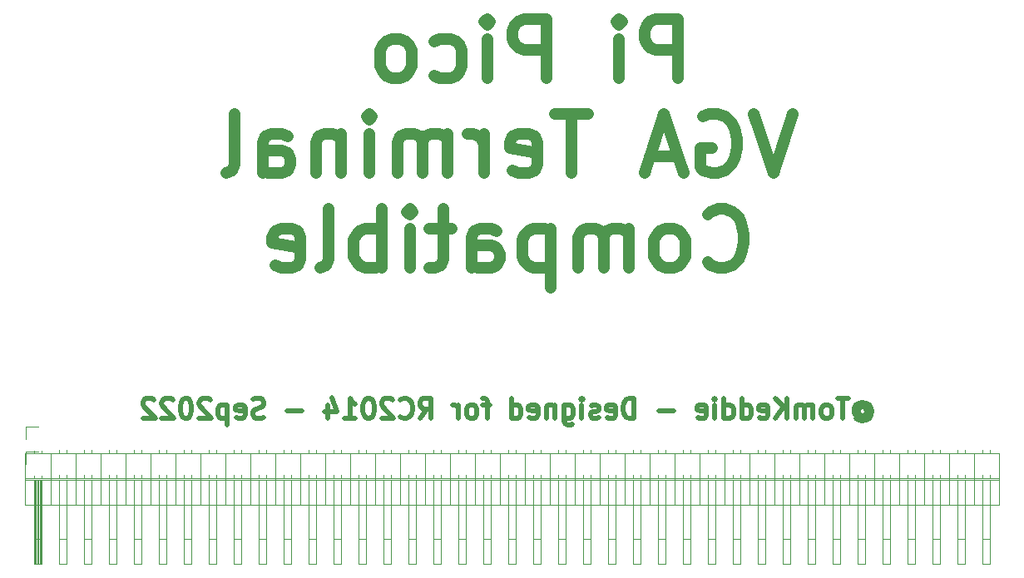
<source format=gbo>
G04 #@! TF.GenerationSoftware,KiCad,Pcbnew,6.0.7-f9a2dced07~116~ubuntu22.04.1*
G04 #@! TF.CreationDate,2022-09-25T17:36:40-07:00*
G04 #@! TF.ProjectId,rc2014compat-pico-vga,72633230-3134-4636-9f6d-7061742d7069,rev?*
G04 #@! TF.SameCoordinates,Original*
G04 #@! TF.FileFunction,Legend,Bot*
G04 #@! TF.FilePolarity,Positive*
%FSLAX46Y46*%
G04 Gerber Fmt 4.6, Leading zero omitted, Abs format (unit mm)*
G04 Created by KiCad (PCBNEW 6.0.7-f9a2dced07~116~ubuntu22.04.1) date 2022-09-25 17:36:40*
%MOMM*%
%LPD*%
G01*
G04 APERTURE LIST*
%ADD10C,1.200000*%
%ADD11C,0.500000*%
%ADD12C,0.120000*%
G04 APERTURE END LIST*
D10*
X220841314Y-112281885D02*
X220841314Y-106281885D01*
X218555600Y-106281885D01*
X217984171Y-106567600D01*
X217698457Y-106853314D01*
X217412742Y-107424742D01*
X217412742Y-108281885D01*
X217698457Y-108853314D01*
X217984171Y-109139028D01*
X218555600Y-109424742D01*
X220841314Y-109424742D01*
X214841314Y-112281885D02*
X214841314Y-108281885D01*
X214841314Y-106281885D02*
X215127028Y-106567600D01*
X214841314Y-106853314D01*
X214555600Y-106567600D01*
X214841314Y-106281885D01*
X214841314Y-106853314D01*
X207412742Y-112281885D02*
X207412742Y-106281885D01*
X205127028Y-106281885D01*
X204555600Y-106567600D01*
X204269885Y-106853314D01*
X203984171Y-107424742D01*
X203984171Y-108281885D01*
X204269885Y-108853314D01*
X204555600Y-109139028D01*
X205127028Y-109424742D01*
X207412742Y-109424742D01*
X201412742Y-112281885D02*
X201412742Y-108281885D01*
X201412742Y-106281885D02*
X201698457Y-106567600D01*
X201412742Y-106853314D01*
X201127028Y-106567600D01*
X201412742Y-106281885D01*
X201412742Y-106853314D01*
X195984171Y-111996171D02*
X196555600Y-112281885D01*
X197698457Y-112281885D01*
X198269885Y-111996171D01*
X198555600Y-111710457D01*
X198841314Y-111139028D01*
X198841314Y-109424742D01*
X198555600Y-108853314D01*
X198269885Y-108567600D01*
X197698457Y-108281885D01*
X196555600Y-108281885D01*
X195984171Y-108567600D01*
X192555600Y-112281885D02*
X193127028Y-111996171D01*
X193412742Y-111710457D01*
X193698457Y-111139028D01*
X193698457Y-109424742D01*
X193412742Y-108853314D01*
X193127028Y-108567600D01*
X192555600Y-108281885D01*
X191698457Y-108281885D01*
X191127028Y-108567600D01*
X190841314Y-108853314D01*
X190555600Y-109424742D01*
X190555600Y-111139028D01*
X190841314Y-111710457D01*
X191127028Y-111996171D01*
X191698457Y-112281885D01*
X192555600Y-112281885D01*
X232555600Y-115941885D02*
X230555600Y-121941885D01*
X228555600Y-115941885D01*
X223412742Y-116227600D02*
X223984171Y-115941885D01*
X224841314Y-115941885D01*
X225698457Y-116227600D01*
X226269885Y-116799028D01*
X226555600Y-117370457D01*
X226841314Y-118513314D01*
X226841314Y-119370457D01*
X226555600Y-120513314D01*
X226269885Y-121084742D01*
X225698457Y-121656171D01*
X224841314Y-121941885D01*
X224269885Y-121941885D01*
X223412742Y-121656171D01*
X223127028Y-121370457D01*
X223127028Y-119370457D01*
X224269885Y-119370457D01*
X220841314Y-120227600D02*
X217984171Y-120227600D01*
X221412742Y-121941885D02*
X219412742Y-115941885D01*
X217412742Y-121941885D01*
X211698457Y-115941885D02*
X208269885Y-115941885D01*
X209984171Y-121941885D02*
X209984171Y-115941885D01*
X203984171Y-121656171D02*
X204555600Y-121941885D01*
X205698457Y-121941885D01*
X206269885Y-121656171D01*
X206555600Y-121084742D01*
X206555600Y-118799028D01*
X206269885Y-118227600D01*
X205698457Y-117941885D01*
X204555600Y-117941885D01*
X203984171Y-118227600D01*
X203698457Y-118799028D01*
X203698457Y-119370457D01*
X206555600Y-119941885D01*
X201127028Y-121941885D02*
X201127028Y-117941885D01*
X201127028Y-119084742D02*
X200841314Y-118513314D01*
X200555600Y-118227600D01*
X199984171Y-117941885D01*
X199412742Y-117941885D01*
X197412742Y-121941885D02*
X197412742Y-117941885D01*
X197412742Y-118513314D02*
X197127028Y-118227600D01*
X196555600Y-117941885D01*
X195698457Y-117941885D01*
X195127028Y-118227600D01*
X194841314Y-118799028D01*
X194841314Y-121941885D01*
X194841314Y-118799028D02*
X194555600Y-118227600D01*
X193984171Y-117941885D01*
X193127028Y-117941885D01*
X192555600Y-118227600D01*
X192269885Y-118799028D01*
X192269885Y-121941885D01*
X189412742Y-121941885D02*
X189412742Y-117941885D01*
X189412742Y-115941885D02*
X189698457Y-116227600D01*
X189412742Y-116513314D01*
X189127028Y-116227600D01*
X189412742Y-115941885D01*
X189412742Y-116513314D01*
X186555600Y-117941885D02*
X186555600Y-121941885D01*
X186555600Y-118513314D02*
X186269885Y-118227600D01*
X185698457Y-117941885D01*
X184841314Y-117941885D01*
X184269885Y-118227600D01*
X183984171Y-118799028D01*
X183984171Y-121941885D01*
X178555600Y-121941885D02*
X178555600Y-118799028D01*
X178841314Y-118227600D01*
X179412742Y-117941885D01*
X180555600Y-117941885D01*
X181127028Y-118227600D01*
X178555600Y-121656171D02*
X179127028Y-121941885D01*
X180555600Y-121941885D01*
X181127028Y-121656171D01*
X181412742Y-121084742D01*
X181412742Y-120513314D01*
X181127028Y-119941885D01*
X180555600Y-119656171D01*
X179127028Y-119656171D01*
X178555600Y-119370457D01*
X174841314Y-121941885D02*
X175412742Y-121656171D01*
X175698457Y-121084742D01*
X175698457Y-115941885D01*
X223841314Y-131030457D02*
X224127028Y-131316171D01*
X224984171Y-131601885D01*
X225555600Y-131601885D01*
X226412742Y-131316171D01*
X226984171Y-130744742D01*
X227269885Y-130173314D01*
X227555600Y-129030457D01*
X227555600Y-128173314D01*
X227269885Y-127030457D01*
X226984171Y-126459028D01*
X226412742Y-125887600D01*
X225555600Y-125601885D01*
X224984171Y-125601885D01*
X224127028Y-125887600D01*
X223841314Y-126173314D01*
X220412742Y-131601885D02*
X220984171Y-131316171D01*
X221269885Y-131030457D01*
X221555600Y-130459028D01*
X221555600Y-128744742D01*
X221269885Y-128173314D01*
X220984171Y-127887600D01*
X220412742Y-127601885D01*
X219555600Y-127601885D01*
X218984171Y-127887600D01*
X218698457Y-128173314D01*
X218412742Y-128744742D01*
X218412742Y-130459028D01*
X218698457Y-131030457D01*
X218984171Y-131316171D01*
X219555600Y-131601885D01*
X220412742Y-131601885D01*
X215841314Y-131601885D02*
X215841314Y-127601885D01*
X215841314Y-128173314D02*
X215555600Y-127887600D01*
X214984171Y-127601885D01*
X214127028Y-127601885D01*
X213555600Y-127887600D01*
X213269885Y-128459028D01*
X213269885Y-131601885D01*
X213269885Y-128459028D02*
X212984171Y-127887600D01*
X212412742Y-127601885D01*
X211555600Y-127601885D01*
X210984171Y-127887600D01*
X210698457Y-128459028D01*
X210698457Y-131601885D01*
X207841314Y-127601885D02*
X207841314Y-133601885D01*
X207841314Y-127887600D02*
X207269885Y-127601885D01*
X206127028Y-127601885D01*
X205555600Y-127887600D01*
X205269885Y-128173314D01*
X204984171Y-128744742D01*
X204984171Y-130459028D01*
X205269885Y-131030457D01*
X205555600Y-131316171D01*
X206127028Y-131601885D01*
X207269885Y-131601885D01*
X207841314Y-131316171D01*
X199841314Y-131601885D02*
X199841314Y-128459028D01*
X200127028Y-127887600D01*
X200698457Y-127601885D01*
X201841314Y-127601885D01*
X202412742Y-127887600D01*
X199841314Y-131316171D02*
X200412742Y-131601885D01*
X201841314Y-131601885D01*
X202412742Y-131316171D01*
X202698457Y-130744742D01*
X202698457Y-130173314D01*
X202412742Y-129601885D01*
X201841314Y-129316171D01*
X200412742Y-129316171D01*
X199841314Y-129030457D01*
X197841314Y-127601885D02*
X195555600Y-127601885D01*
X196984171Y-125601885D02*
X196984171Y-130744742D01*
X196698457Y-131316171D01*
X196127028Y-131601885D01*
X195555600Y-131601885D01*
X193555600Y-131601885D02*
X193555600Y-127601885D01*
X193555600Y-125601885D02*
X193841314Y-125887600D01*
X193555600Y-126173314D01*
X193269885Y-125887600D01*
X193555600Y-125601885D01*
X193555600Y-126173314D01*
X190698457Y-131601885D02*
X190698457Y-125601885D01*
X190698457Y-127887600D02*
X190127028Y-127601885D01*
X188984171Y-127601885D01*
X188412742Y-127887600D01*
X188127028Y-128173314D01*
X187841314Y-128744742D01*
X187841314Y-130459028D01*
X188127028Y-131030457D01*
X188412742Y-131316171D01*
X188984171Y-131601885D01*
X190127028Y-131601885D01*
X190698457Y-131316171D01*
X184412742Y-131601885D02*
X184984171Y-131316171D01*
X185269885Y-130744742D01*
X185269885Y-125601885D01*
X179841314Y-131316171D02*
X180412742Y-131601885D01*
X181555600Y-131601885D01*
X182127028Y-131316171D01*
X182412742Y-130744742D01*
X182412742Y-128459028D01*
X182127028Y-127887600D01*
X181555600Y-127601885D01*
X180412742Y-127601885D01*
X179841314Y-127887600D01*
X179555600Y-128459028D01*
X179555600Y-129030457D01*
X182412742Y-129601885D01*
D11*
X239241304Y-145951580D02*
X239336542Y-145856342D01*
X239527019Y-145761104D01*
X239717495Y-145761104D01*
X239907971Y-145856342D01*
X240003209Y-145951580D01*
X240098447Y-146142057D01*
X240098447Y-146332533D01*
X240003209Y-146523009D01*
X239907971Y-146618247D01*
X239717495Y-146713485D01*
X239527019Y-146713485D01*
X239336542Y-146618247D01*
X239241304Y-146523009D01*
X239241304Y-145761104D02*
X239241304Y-146523009D01*
X239146066Y-146618247D01*
X239050828Y-146618247D01*
X238860352Y-146523009D01*
X238765114Y-146332533D01*
X238765114Y-145856342D01*
X238955590Y-145570628D01*
X239241304Y-145380152D01*
X239622257Y-145284914D01*
X240003209Y-145380152D01*
X240288923Y-145570628D01*
X240479400Y-145856342D01*
X240574638Y-146237295D01*
X240479400Y-146618247D01*
X240288923Y-146903961D01*
X240003209Y-147094438D01*
X239622257Y-147189676D01*
X239241304Y-147094438D01*
X238955590Y-146903961D01*
X238193685Y-144903961D02*
X237050828Y-144903961D01*
X237622257Y-146903961D02*
X237622257Y-144903961D01*
X236098447Y-146903961D02*
X236288923Y-146808723D01*
X236384161Y-146713485D01*
X236479400Y-146523009D01*
X236479400Y-145951580D01*
X236384161Y-145761104D01*
X236288923Y-145665866D01*
X236098447Y-145570628D01*
X235812733Y-145570628D01*
X235622257Y-145665866D01*
X235527019Y-145761104D01*
X235431780Y-145951580D01*
X235431780Y-146523009D01*
X235527019Y-146713485D01*
X235622257Y-146808723D01*
X235812733Y-146903961D01*
X236098447Y-146903961D01*
X234574638Y-146903961D02*
X234574638Y-145570628D01*
X234574638Y-145761104D02*
X234479400Y-145665866D01*
X234288923Y-145570628D01*
X234003209Y-145570628D01*
X233812733Y-145665866D01*
X233717495Y-145856342D01*
X233717495Y-146903961D01*
X233717495Y-145856342D02*
X233622257Y-145665866D01*
X233431780Y-145570628D01*
X233146066Y-145570628D01*
X232955590Y-145665866D01*
X232860352Y-145856342D01*
X232860352Y-146903961D01*
X231907971Y-146903961D02*
X231907971Y-144903961D01*
X230765114Y-146903961D02*
X231622257Y-145761104D01*
X230765114Y-144903961D02*
X231907971Y-146046819D01*
X229146066Y-146808723D02*
X229336542Y-146903961D01*
X229717495Y-146903961D01*
X229907971Y-146808723D01*
X230003209Y-146618247D01*
X230003209Y-145856342D01*
X229907971Y-145665866D01*
X229717495Y-145570628D01*
X229336542Y-145570628D01*
X229146066Y-145665866D01*
X229050828Y-145856342D01*
X229050828Y-146046819D01*
X230003209Y-146237295D01*
X227336542Y-146903961D02*
X227336542Y-144903961D01*
X227336542Y-146808723D02*
X227527019Y-146903961D01*
X227907971Y-146903961D01*
X228098447Y-146808723D01*
X228193685Y-146713485D01*
X228288923Y-146523009D01*
X228288923Y-145951580D01*
X228193685Y-145761104D01*
X228098447Y-145665866D01*
X227907971Y-145570628D01*
X227527019Y-145570628D01*
X227336542Y-145665866D01*
X225527019Y-146903961D02*
X225527019Y-144903961D01*
X225527019Y-146808723D02*
X225717495Y-146903961D01*
X226098447Y-146903961D01*
X226288923Y-146808723D01*
X226384161Y-146713485D01*
X226479400Y-146523009D01*
X226479400Y-145951580D01*
X226384161Y-145761104D01*
X226288923Y-145665866D01*
X226098447Y-145570628D01*
X225717495Y-145570628D01*
X225527019Y-145665866D01*
X224574638Y-146903961D02*
X224574638Y-145570628D01*
X224574638Y-144903961D02*
X224669876Y-144999200D01*
X224574638Y-145094438D01*
X224479400Y-144999200D01*
X224574638Y-144903961D01*
X224574638Y-145094438D01*
X222860352Y-146808723D02*
X223050828Y-146903961D01*
X223431780Y-146903961D01*
X223622257Y-146808723D01*
X223717495Y-146618247D01*
X223717495Y-145856342D01*
X223622257Y-145665866D01*
X223431780Y-145570628D01*
X223050828Y-145570628D01*
X222860352Y-145665866D01*
X222765114Y-145856342D01*
X222765114Y-146046819D01*
X223717495Y-146237295D01*
X220384161Y-146142057D02*
X218860352Y-146142057D01*
X216384161Y-146903961D02*
X216384161Y-144903961D01*
X215907971Y-144903961D01*
X215622257Y-144999200D01*
X215431780Y-145189676D01*
X215336542Y-145380152D01*
X215241304Y-145761104D01*
X215241304Y-146046819D01*
X215336542Y-146427771D01*
X215431780Y-146618247D01*
X215622257Y-146808723D01*
X215907971Y-146903961D01*
X216384161Y-146903961D01*
X213622257Y-146808723D02*
X213812733Y-146903961D01*
X214193685Y-146903961D01*
X214384161Y-146808723D01*
X214479400Y-146618247D01*
X214479400Y-145856342D01*
X214384161Y-145665866D01*
X214193685Y-145570628D01*
X213812733Y-145570628D01*
X213622257Y-145665866D01*
X213527019Y-145856342D01*
X213527019Y-146046819D01*
X214479400Y-146237295D01*
X212765114Y-146808723D02*
X212574638Y-146903961D01*
X212193685Y-146903961D01*
X212003209Y-146808723D01*
X211907971Y-146618247D01*
X211907971Y-146523009D01*
X212003209Y-146332533D01*
X212193685Y-146237295D01*
X212479400Y-146237295D01*
X212669876Y-146142057D01*
X212765114Y-145951580D01*
X212765114Y-145856342D01*
X212669876Y-145665866D01*
X212479400Y-145570628D01*
X212193685Y-145570628D01*
X212003209Y-145665866D01*
X211050828Y-146903961D02*
X211050828Y-145570628D01*
X211050828Y-144903961D02*
X211146066Y-144999200D01*
X211050828Y-145094438D01*
X210955590Y-144999200D01*
X211050828Y-144903961D01*
X211050828Y-145094438D01*
X209241304Y-145570628D02*
X209241304Y-147189676D01*
X209336542Y-147380152D01*
X209431780Y-147475390D01*
X209622257Y-147570628D01*
X209907971Y-147570628D01*
X210098447Y-147475390D01*
X209241304Y-146808723D02*
X209431780Y-146903961D01*
X209812733Y-146903961D01*
X210003209Y-146808723D01*
X210098447Y-146713485D01*
X210193685Y-146523009D01*
X210193685Y-145951580D01*
X210098447Y-145761104D01*
X210003209Y-145665866D01*
X209812733Y-145570628D01*
X209431780Y-145570628D01*
X209241304Y-145665866D01*
X208288923Y-145570628D02*
X208288923Y-146903961D01*
X208288923Y-145761104D02*
X208193685Y-145665866D01*
X208003209Y-145570628D01*
X207717495Y-145570628D01*
X207527019Y-145665866D01*
X207431780Y-145856342D01*
X207431780Y-146903961D01*
X205717495Y-146808723D02*
X205907971Y-146903961D01*
X206288923Y-146903961D01*
X206479400Y-146808723D01*
X206574638Y-146618247D01*
X206574638Y-145856342D01*
X206479400Y-145665866D01*
X206288923Y-145570628D01*
X205907971Y-145570628D01*
X205717495Y-145665866D01*
X205622257Y-145856342D01*
X205622257Y-146046819D01*
X206574638Y-146237295D01*
X203907971Y-146903961D02*
X203907971Y-144903961D01*
X203907971Y-146808723D02*
X204098447Y-146903961D01*
X204479400Y-146903961D01*
X204669876Y-146808723D01*
X204765114Y-146713485D01*
X204860352Y-146523009D01*
X204860352Y-145951580D01*
X204765114Y-145761104D01*
X204669876Y-145665866D01*
X204479400Y-145570628D01*
X204098447Y-145570628D01*
X203907971Y-145665866D01*
X201717495Y-145570628D02*
X200955590Y-145570628D01*
X201431780Y-146903961D02*
X201431780Y-145189676D01*
X201336542Y-144999200D01*
X201146066Y-144903961D01*
X200955590Y-144903961D01*
X200003209Y-146903961D02*
X200193685Y-146808723D01*
X200288923Y-146713485D01*
X200384161Y-146523009D01*
X200384161Y-145951580D01*
X200288923Y-145761104D01*
X200193685Y-145665866D01*
X200003209Y-145570628D01*
X199717495Y-145570628D01*
X199527019Y-145665866D01*
X199431780Y-145761104D01*
X199336542Y-145951580D01*
X199336542Y-146523009D01*
X199431780Y-146713485D01*
X199527019Y-146808723D01*
X199717495Y-146903961D01*
X200003209Y-146903961D01*
X198479400Y-146903961D02*
X198479400Y-145570628D01*
X198479400Y-145951580D02*
X198384161Y-145761104D01*
X198288923Y-145665866D01*
X198098447Y-145570628D01*
X197907971Y-145570628D01*
X194574638Y-146903961D02*
X195241304Y-145951580D01*
X195717495Y-146903961D02*
X195717495Y-144903961D01*
X194955590Y-144903961D01*
X194765114Y-144999200D01*
X194669876Y-145094438D01*
X194574638Y-145284914D01*
X194574638Y-145570628D01*
X194669876Y-145761104D01*
X194765114Y-145856342D01*
X194955590Y-145951580D01*
X195717495Y-145951580D01*
X192574638Y-146713485D02*
X192669876Y-146808723D01*
X192955590Y-146903961D01*
X193146066Y-146903961D01*
X193431780Y-146808723D01*
X193622257Y-146618247D01*
X193717495Y-146427771D01*
X193812733Y-146046819D01*
X193812733Y-145761104D01*
X193717495Y-145380152D01*
X193622257Y-145189676D01*
X193431780Y-144999200D01*
X193146066Y-144903961D01*
X192955590Y-144903961D01*
X192669876Y-144999200D01*
X192574638Y-145094438D01*
X191812733Y-145094438D02*
X191717495Y-144999200D01*
X191527019Y-144903961D01*
X191050828Y-144903961D01*
X190860352Y-144999200D01*
X190765114Y-145094438D01*
X190669876Y-145284914D01*
X190669876Y-145475390D01*
X190765114Y-145761104D01*
X191907971Y-146903961D01*
X190669876Y-146903961D01*
X189431780Y-144903961D02*
X189241304Y-144903961D01*
X189050828Y-144999200D01*
X188955590Y-145094438D01*
X188860352Y-145284914D01*
X188765114Y-145665866D01*
X188765114Y-146142057D01*
X188860352Y-146523009D01*
X188955590Y-146713485D01*
X189050828Y-146808723D01*
X189241304Y-146903961D01*
X189431780Y-146903961D01*
X189622257Y-146808723D01*
X189717495Y-146713485D01*
X189812733Y-146523009D01*
X189907971Y-146142057D01*
X189907971Y-145665866D01*
X189812733Y-145284914D01*
X189717495Y-145094438D01*
X189622257Y-144999200D01*
X189431780Y-144903961D01*
X186860352Y-146903961D02*
X188003209Y-146903961D01*
X187431780Y-146903961D02*
X187431780Y-144903961D01*
X187622257Y-145189676D01*
X187812733Y-145380152D01*
X188003209Y-145475390D01*
X185146066Y-145570628D02*
X185146066Y-146903961D01*
X185622257Y-144808723D02*
X186098447Y-146237295D01*
X184860352Y-146237295D01*
X182574638Y-146142057D02*
X181050828Y-146142057D01*
X178669876Y-146808723D02*
X178384161Y-146903961D01*
X177907971Y-146903961D01*
X177717495Y-146808723D01*
X177622257Y-146713485D01*
X177527019Y-146523009D01*
X177527019Y-146332533D01*
X177622257Y-146142057D01*
X177717495Y-146046819D01*
X177907971Y-145951580D01*
X178288923Y-145856342D01*
X178479400Y-145761104D01*
X178574638Y-145665866D01*
X178669876Y-145475390D01*
X178669876Y-145284914D01*
X178574638Y-145094438D01*
X178479400Y-144999200D01*
X178288923Y-144903961D01*
X177812733Y-144903961D01*
X177527019Y-144999200D01*
X175907971Y-146808723D02*
X176098447Y-146903961D01*
X176479400Y-146903961D01*
X176669876Y-146808723D01*
X176765114Y-146618247D01*
X176765114Y-145856342D01*
X176669876Y-145665866D01*
X176479400Y-145570628D01*
X176098447Y-145570628D01*
X175907971Y-145665866D01*
X175812733Y-145856342D01*
X175812733Y-146046819D01*
X176765114Y-146237295D01*
X174955590Y-145570628D02*
X174955590Y-147570628D01*
X174955590Y-145665866D02*
X174765114Y-145570628D01*
X174384161Y-145570628D01*
X174193685Y-145665866D01*
X174098447Y-145761104D01*
X174003209Y-145951580D01*
X174003209Y-146523009D01*
X174098447Y-146713485D01*
X174193685Y-146808723D01*
X174384161Y-146903961D01*
X174765114Y-146903961D01*
X174955590Y-146808723D01*
X173241304Y-145094438D02*
X173146066Y-144999200D01*
X172955590Y-144903961D01*
X172479400Y-144903961D01*
X172288923Y-144999200D01*
X172193685Y-145094438D01*
X172098447Y-145284914D01*
X172098447Y-145475390D01*
X172193685Y-145761104D01*
X173336542Y-146903961D01*
X172098447Y-146903961D01*
X170860352Y-144903961D02*
X170669876Y-144903961D01*
X170479400Y-144999200D01*
X170384161Y-145094438D01*
X170288923Y-145284914D01*
X170193685Y-145665866D01*
X170193685Y-146142057D01*
X170288923Y-146523009D01*
X170384161Y-146713485D01*
X170479400Y-146808723D01*
X170669876Y-146903961D01*
X170860352Y-146903961D01*
X171050828Y-146808723D01*
X171146066Y-146713485D01*
X171241304Y-146523009D01*
X171336542Y-146142057D01*
X171336542Y-145665866D01*
X171241304Y-145284914D01*
X171146066Y-145094438D01*
X171050828Y-144999200D01*
X170860352Y-144903961D01*
X169431780Y-145094438D02*
X169336542Y-144999200D01*
X169146066Y-144903961D01*
X168669876Y-144903961D01*
X168479400Y-144999200D01*
X168384161Y-145094438D01*
X168288923Y-145284914D01*
X168288923Y-145475390D01*
X168384161Y-145761104D01*
X169527019Y-146903961D01*
X168288923Y-146903961D01*
X167527019Y-145094438D02*
X167431780Y-144999200D01*
X167241304Y-144903961D01*
X166765114Y-144903961D01*
X166574638Y-144999200D01*
X166479400Y-145094438D01*
X166384161Y-145284914D01*
X166384161Y-145475390D01*
X166479400Y-145761104D01*
X167622257Y-146903961D01*
X166384161Y-146903961D01*
D12*
G04 #@! TO.C,J5*
X162942000Y-152655529D02*
X162942000Y-153052600D01*
X219582000Y-161712600D02*
X219582000Y-155712600D01*
X201042000Y-155712600D02*
X201042000Y-161712600D01*
X193422000Y-152655529D02*
X193422000Y-153052600D01*
X221362000Y-161712600D02*
X222122000Y-161712600D01*
X211962000Y-161712600D02*
X211962000Y-155712600D01*
X241682000Y-161712600D02*
X242442000Y-161712600D01*
X195962000Y-155712600D02*
X195962000Y-161712600D01*
X178942000Y-161712600D02*
X178942000Y-155712600D01*
X169672000Y-153052600D02*
X169672000Y-155712600D01*
X214502000Y-152655529D02*
X214502000Y-153052600D01*
X173102000Y-155712600D02*
X173102000Y-161712600D01*
X209422000Y-152655529D02*
X209422000Y-153052600D01*
X178942000Y-152655529D02*
X178942000Y-153052600D01*
X236602000Y-152655529D02*
X236602000Y-153052600D01*
X252602000Y-152655529D02*
X252602000Y-153052600D01*
X221362000Y-152655529D02*
X221362000Y-153052600D01*
X191642000Y-152655529D02*
X191642000Y-153052600D01*
X190882000Y-161712600D02*
X191642000Y-161712600D01*
X180722000Y-155712600D02*
X180722000Y-161712600D01*
X194182000Y-152655529D02*
X194182000Y-153052600D01*
X168782000Y-152655529D02*
X168782000Y-153052600D01*
X253552000Y-155712600D02*
X154372000Y-155712600D01*
X155742000Y-155712600D02*
X155742000Y-161712600D01*
X244982000Y-152655529D02*
X244982000Y-153052600D01*
X216282000Y-155712600D02*
X216282000Y-161712600D01*
X201042000Y-152655529D02*
X201042000Y-153052600D01*
X195962000Y-161712600D02*
X196722000Y-161712600D01*
X166242000Y-161712600D02*
X166242000Y-155712600D01*
X171322000Y-161712600D02*
X171322000Y-155712600D01*
X251842000Y-152655529D02*
X251842000Y-153052600D01*
X231522000Y-155712600D02*
X231522000Y-161712600D01*
X201802000Y-161712600D02*
X201802000Y-155712600D01*
X157862000Y-155712600D02*
X157862000Y-161712600D01*
X228982000Y-152655529D02*
X228982000Y-153052600D01*
X155382000Y-155712600D02*
X155382000Y-161712600D01*
X203582000Y-152655529D02*
X203582000Y-153052600D01*
X230632000Y-153052600D02*
X230632000Y-155712600D01*
X189992000Y-153052600D02*
X189992000Y-155712600D01*
X245872000Y-153052600D02*
X245872000Y-155712600D01*
X239142000Y-152655529D02*
X239142000Y-153052600D01*
X183262000Y-152655529D02*
X183262000Y-153052600D01*
X239142000Y-155712600D02*
X239142000Y-161712600D01*
X249302000Y-161712600D02*
X250062000Y-161712600D01*
X231522000Y-152655529D02*
X231522000Y-153052600D01*
X184022000Y-152655529D02*
X184022000Y-153052600D01*
X159512000Y-153052600D02*
X159512000Y-155712600D01*
X170562000Y-152655529D02*
X170562000Y-153052600D01*
X198502000Y-161712600D02*
X199262000Y-161712600D01*
X218822000Y-161712600D02*
X219582000Y-161712600D01*
X177292000Y-153052600D02*
X177292000Y-155712600D01*
X190882000Y-155712600D02*
X190882000Y-161712600D01*
X211962000Y-152655529D02*
X211962000Y-153052600D01*
X206122000Y-161712600D02*
X206882000Y-161712600D01*
X237362000Y-161712600D02*
X237362000Y-155712600D01*
X161162000Y-152655529D02*
X161162000Y-153052600D01*
X168022000Y-161712600D02*
X168782000Y-161712600D01*
X199262000Y-161712600D02*
X199262000Y-155712600D01*
X167132000Y-153052600D02*
X167132000Y-155712600D01*
X234822000Y-161712600D02*
X234822000Y-155712600D01*
X205232000Y-153052600D02*
X205232000Y-155712600D01*
X246762000Y-161712600D02*
X247522000Y-161712600D01*
X239902000Y-161712600D02*
X239902000Y-155712600D01*
X182372000Y-153052600D02*
X182372000Y-155712600D01*
X226442000Y-161712600D02*
X227202000Y-161712600D01*
X234062000Y-155712600D02*
X234062000Y-161712600D01*
X185802000Y-152655529D02*
X185802000Y-153052600D01*
X209422000Y-161712600D02*
X209422000Y-155712600D01*
X218822000Y-152655529D02*
X218822000Y-153052600D01*
X223902000Y-161712600D02*
X224662000Y-161712600D01*
X232282000Y-161712600D02*
X232282000Y-155712600D01*
X232282000Y-152655529D02*
X232282000Y-153052600D01*
X172212000Y-153052600D02*
X172212000Y-155712600D01*
X194182000Y-161712600D02*
X194182000Y-155712600D01*
X195072000Y-153052600D02*
X195072000Y-155712600D01*
X203582000Y-155712600D02*
X203582000Y-161712600D01*
X193422000Y-161712600D02*
X194182000Y-161712600D01*
X202692000Y-153052600D02*
X202692000Y-155712600D01*
X178182000Y-155712600D02*
X178182000Y-161712600D01*
X250062000Y-161712600D02*
X250062000Y-155712600D01*
X226442000Y-152655529D02*
X226442000Y-153052600D01*
X208662000Y-152655529D02*
X208662000Y-153052600D01*
X228982000Y-161712600D02*
X229742000Y-161712600D01*
X246762000Y-155712600D02*
X246762000Y-161712600D01*
X200152000Y-153052600D02*
X200152000Y-155712600D01*
X168782000Y-161712600D02*
X168782000Y-155712600D01*
X168022000Y-152655529D02*
X168022000Y-153052600D01*
X213742000Y-161712600D02*
X214502000Y-161712600D01*
X206882000Y-152655529D02*
X206882000Y-153052600D01*
X217042000Y-161712600D02*
X217042000Y-155712600D01*
X244982000Y-161712600D02*
X244982000Y-155712600D01*
X252602000Y-161712600D02*
X252602000Y-155712600D01*
X175642000Y-152655529D02*
X175642000Y-153052600D01*
X241682000Y-152655529D02*
X241682000Y-153052600D01*
X190882000Y-152655529D02*
X190882000Y-153052600D01*
X208662000Y-161712600D02*
X209422000Y-161712600D01*
X175642000Y-161712600D02*
X176402000Y-161712600D01*
X246762000Y-152655529D02*
X246762000Y-153052600D01*
X213742000Y-155712600D02*
X213742000Y-161712600D01*
X247522000Y-152655529D02*
X247522000Y-153052600D01*
X236602000Y-155712600D02*
X236602000Y-161712600D01*
X163702000Y-161712600D02*
X163702000Y-155712600D01*
X186562000Y-152655529D02*
X186562000Y-153052600D01*
X188342000Y-152655529D02*
X188342000Y-153052600D01*
X236602000Y-161712600D02*
X237362000Y-161712600D01*
X165482000Y-161712600D02*
X166242000Y-161712600D01*
X163702000Y-152655529D02*
X163702000Y-153052600D01*
X155322000Y-161712600D02*
X156082000Y-161712600D01*
X217042000Y-152655529D02*
X217042000Y-153052600D01*
X171322000Y-152655529D02*
X171322000Y-153052600D01*
X173102000Y-161712600D02*
X173862000Y-161712600D01*
X183262000Y-155712600D02*
X183262000Y-161712600D01*
X249302000Y-152655529D02*
X249302000Y-153052600D01*
X174752000Y-153052600D02*
X174752000Y-155712600D01*
X221362000Y-155712600D02*
X221362000Y-161712600D01*
X181482000Y-152655529D02*
X181482000Y-153052600D01*
X154432000Y-150342600D02*
X154432000Y-151612600D01*
X239902000Y-152655529D02*
X239902000Y-153052600D01*
X191642000Y-161712600D02*
X191642000Y-155712600D01*
X242442000Y-161712600D02*
X242442000Y-155712600D01*
X206882000Y-161712600D02*
X206882000Y-155712600D01*
X155322000Y-155712600D02*
X155322000Y-161712600D01*
X250062000Y-152655529D02*
X250062000Y-153052600D01*
X173862000Y-161712600D02*
X173862000Y-155712600D01*
X173862000Y-152655529D02*
X173862000Y-153052600D01*
X179832000Y-153052600D02*
X179832000Y-155712600D01*
X157862000Y-152655529D02*
X157862000Y-153052600D01*
X176402000Y-152655529D02*
X176402000Y-153052600D01*
X198502000Y-155712600D02*
X198502000Y-161712600D01*
X248412000Y-153052600D02*
X248412000Y-155712600D01*
X244222000Y-152655529D02*
X244222000Y-153052600D01*
X212852000Y-153052600D02*
X212852000Y-155712600D01*
X243332000Y-153052600D02*
X243332000Y-155712600D01*
X229742000Y-161712600D02*
X229742000Y-155712600D01*
X185802000Y-161712600D02*
X186562000Y-161712600D01*
X155862000Y-155712600D02*
X155862000Y-161712600D01*
X186562000Y-161712600D02*
X186562000Y-155712600D01*
X213742000Y-152655529D02*
X213742000Y-153052600D01*
X185802000Y-155712600D02*
X185802000Y-161712600D01*
X231522000Y-161712600D02*
X232282000Y-161712600D01*
X165482000Y-155712600D02*
X165482000Y-161712600D01*
X223902000Y-152655529D02*
X223902000Y-153052600D01*
X188342000Y-155712600D02*
X188342000Y-161712600D01*
X226442000Y-155712600D02*
X226442000Y-161712600D01*
X160402000Y-161712600D02*
X161162000Y-161712600D01*
X170562000Y-155712600D02*
X170562000Y-161712600D01*
X196722000Y-152655529D02*
X196722000Y-153052600D01*
X215392000Y-153052600D02*
X215392000Y-155712600D01*
X162942000Y-155712600D02*
X162942000Y-161712600D01*
X234822000Y-152655529D02*
X234822000Y-153052600D01*
X239142000Y-161712600D02*
X239902000Y-161712600D01*
X187452000Y-153052600D02*
X187452000Y-155712600D01*
X162052000Y-153052600D02*
X162052000Y-155712600D01*
X168022000Y-155712600D02*
X168022000Y-161712600D01*
X203582000Y-161712600D02*
X204342000Y-161712600D01*
X247522000Y-161712600D02*
X247522000Y-155712600D01*
X201042000Y-161712600D02*
X201802000Y-161712600D01*
X240792000Y-153052600D02*
X240792000Y-155712600D01*
X184022000Y-161712600D02*
X184022000Y-155712600D01*
X204342000Y-152655529D02*
X204342000Y-153052600D01*
X183262000Y-161712600D02*
X184022000Y-161712600D01*
X234062000Y-152655529D02*
X234062000Y-153052600D01*
X181482000Y-161712600D02*
X181482000Y-155712600D01*
X197612000Y-153052600D02*
X197612000Y-155712600D01*
X227202000Y-152655529D02*
X227202000Y-153052600D01*
X217932000Y-153052600D02*
X217932000Y-155712600D01*
X154372000Y-153052600D02*
X253552000Y-153052600D01*
X176402000Y-161712600D02*
X176402000Y-155712600D01*
X224662000Y-161712600D02*
X224662000Y-155712600D01*
X155622000Y-155712600D02*
X155622000Y-161712600D01*
X220472000Y-153052600D02*
X220472000Y-155712600D01*
X198502000Y-152655529D02*
X198502000Y-153052600D01*
X253552000Y-153052600D02*
X253552000Y-155712600D01*
X227202000Y-161712600D02*
X227202000Y-155712600D01*
X204342000Y-161712600D02*
X204342000Y-155712600D01*
X156082000Y-152722600D02*
X156082000Y-153052600D01*
X208662000Y-155712600D02*
X208662000Y-161712600D01*
X165482000Y-152655529D02*
X165482000Y-153052600D01*
X223012000Y-153052600D02*
X223012000Y-155712600D01*
X241682000Y-155712600D02*
X241682000Y-161712600D01*
X166242000Y-152655529D02*
X166242000Y-153052600D01*
X180722000Y-161712600D02*
X181482000Y-161712600D01*
X155322000Y-152722600D02*
X155322000Y-153052600D01*
X161162000Y-161712600D02*
X161162000Y-155712600D01*
X155982000Y-155712600D02*
X155982000Y-161712600D01*
X201802000Y-152655529D02*
X201802000Y-153052600D01*
X238252000Y-153052600D02*
X238252000Y-155712600D01*
X199262000Y-152655529D02*
X199262000Y-153052600D01*
X211202000Y-155712600D02*
X211202000Y-161712600D01*
X224662000Y-152655529D02*
X224662000Y-153052600D01*
X250952000Y-153052600D02*
X250952000Y-155712600D01*
X154372000Y-155712600D02*
X154372000Y-153052600D01*
X175642000Y-155712600D02*
X175642000Y-161712600D01*
X157862000Y-161712600D02*
X158622000Y-161712600D01*
X222122000Y-161712600D02*
X222122000Y-155712600D01*
X216282000Y-161712600D02*
X217042000Y-161712600D01*
X158622000Y-152655529D02*
X158622000Y-153052600D01*
X223902000Y-155712600D02*
X223902000Y-161712600D01*
X218822000Y-155712600D02*
X218822000Y-161712600D01*
X184912000Y-153052600D02*
X184912000Y-155712600D01*
X155502000Y-155712600D02*
X155502000Y-161712600D01*
X178182000Y-152655529D02*
X178182000Y-153052600D01*
X189102000Y-161712600D02*
X189102000Y-155712600D01*
X189102000Y-152655529D02*
X189102000Y-153052600D01*
X156972000Y-153052600D02*
X156972000Y-155712600D01*
X178182000Y-161712600D02*
X178942000Y-161712600D01*
X216282000Y-152655529D02*
X216282000Y-153052600D01*
X214502000Y-161712600D02*
X214502000Y-155712600D01*
X211202000Y-152655529D02*
X211202000Y-153052600D01*
X233172000Y-153052600D02*
X233172000Y-155712600D01*
X237362000Y-152655529D02*
X237362000Y-153052600D01*
X251842000Y-161712600D02*
X252602000Y-161712600D01*
X155702000Y-150342600D02*
X154432000Y-150342600D01*
X210312000Y-153052600D02*
X210312000Y-155712600D01*
X244222000Y-161712600D02*
X244982000Y-161712600D01*
X196722000Y-161712600D02*
X196722000Y-155712600D01*
X158622000Y-161712600D02*
X158622000Y-155712600D01*
X228982000Y-155712600D02*
X228982000Y-161712600D01*
X195962000Y-152655529D02*
X195962000Y-153052600D01*
X164592000Y-153052600D02*
X164592000Y-155712600D01*
X234062000Y-161712600D02*
X234822000Y-161712600D01*
X219582000Y-152655529D02*
X219582000Y-153052600D01*
X192532000Y-153052600D02*
X192532000Y-155712600D01*
X242442000Y-152655529D02*
X242442000Y-153052600D01*
X180722000Y-152655529D02*
X180722000Y-153052600D01*
X160402000Y-155712600D02*
X160402000Y-161712600D01*
X160402000Y-152655529D02*
X160402000Y-153052600D01*
X235712000Y-153052600D02*
X235712000Y-155712600D01*
X211202000Y-161712600D02*
X211962000Y-161712600D01*
X188342000Y-161712600D02*
X189102000Y-161712600D01*
X251842000Y-155712600D02*
X251842000Y-161712600D01*
X222122000Y-152655529D02*
X222122000Y-153052600D01*
X206122000Y-152655529D02*
X206122000Y-153052600D01*
X170562000Y-161712600D02*
X171322000Y-161712600D01*
X228092000Y-153052600D02*
X228092000Y-155712600D01*
X225552000Y-153052600D02*
X225552000Y-155712600D01*
X249302000Y-155712600D02*
X249302000Y-161712600D01*
X156082000Y-161712600D02*
X156082000Y-155712600D01*
X207772000Y-153052600D02*
X207772000Y-155712600D01*
X193422000Y-155712600D02*
X193422000Y-161712600D01*
X206122000Y-155712600D02*
X206122000Y-161712600D01*
X244222000Y-155712600D02*
X244222000Y-161712600D01*
X229742000Y-152655529D02*
X229742000Y-153052600D01*
X173102000Y-152655529D02*
X173102000Y-153052600D01*
X162942000Y-161712600D02*
X163702000Y-161712600D01*
G04 #@! TO.C,J4*
X204342000Y-150115529D02*
X204342000Y-150512600D01*
X219582000Y-159172600D02*
X219582000Y-153172600D01*
X239142000Y-153172600D02*
X239142000Y-159172600D01*
X190882000Y-159172600D02*
X191642000Y-159172600D01*
X175642000Y-159172600D02*
X176402000Y-159172600D01*
X178182000Y-159172600D02*
X178942000Y-159172600D01*
X201042000Y-159172600D02*
X201802000Y-159172600D01*
X185802000Y-159172600D02*
X186562000Y-159172600D01*
X166242000Y-150115529D02*
X166242000Y-150512600D01*
X218822000Y-153172600D02*
X218822000Y-159172600D01*
X222122000Y-150115529D02*
X222122000Y-150512600D01*
X221362000Y-150115529D02*
X221362000Y-150512600D01*
X185802000Y-153172600D02*
X185802000Y-159172600D01*
X201042000Y-150115529D02*
X201042000Y-150512600D01*
X194182000Y-159172600D02*
X194182000Y-153172600D01*
X219582000Y-150115529D02*
X219582000Y-150512600D01*
X188342000Y-153172600D02*
X188342000Y-159172600D01*
X194182000Y-150115529D02*
X194182000Y-150512600D01*
X195072000Y-150512600D02*
X195072000Y-153172600D01*
X156972000Y-150512600D02*
X156972000Y-153172600D01*
X170562000Y-159172600D02*
X171322000Y-159172600D01*
X186562000Y-150115529D02*
X186562000Y-150512600D01*
X218822000Y-159172600D02*
X219582000Y-159172600D01*
X183262000Y-153172600D02*
X183262000Y-159172600D01*
X210312000Y-150512600D02*
X210312000Y-153172600D01*
X223902000Y-153172600D02*
X223902000Y-159172600D01*
X173862000Y-159172600D02*
X173862000Y-153172600D01*
X236602000Y-150115529D02*
X236602000Y-150512600D01*
X239902000Y-150115529D02*
X239902000Y-150512600D01*
X168782000Y-150115529D02*
X168782000Y-150512600D01*
X201802000Y-150115529D02*
X201802000Y-150512600D01*
X213742000Y-150115529D02*
X213742000Y-150512600D01*
X199262000Y-159172600D02*
X199262000Y-153172600D01*
X172212000Y-150512600D02*
X172212000Y-153172600D01*
X202692000Y-150512600D02*
X202692000Y-153172600D01*
X184022000Y-150115529D02*
X184022000Y-150512600D01*
X175642000Y-150115529D02*
X175642000Y-150512600D01*
X162942000Y-150115529D02*
X162942000Y-150512600D01*
X183262000Y-150115529D02*
X183262000Y-150512600D01*
X241682000Y-159172600D02*
X242442000Y-159172600D01*
X206122000Y-159172600D02*
X206882000Y-159172600D01*
X223902000Y-150115529D02*
X223902000Y-150512600D01*
X159512000Y-150512600D02*
X159512000Y-153172600D01*
X211202000Y-153172600D02*
X211202000Y-159172600D01*
X179832000Y-150512600D02*
X179832000Y-153172600D01*
X251842000Y-150115529D02*
X251842000Y-150512600D01*
X242442000Y-159172600D02*
X242442000Y-153172600D01*
X228092000Y-150512600D02*
X228092000Y-153172600D01*
X249302000Y-159172600D02*
X250062000Y-159172600D01*
X158622000Y-150115529D02*
X158622000Y-150512600D01*
X217042000Y-159172600D02*
X217042000Y-153172600D01*
X208662000Y-159172600D02*
X209422000Y-159172600D01*
X158622000Y-159172600D02*
X158622000Y-153172600D01*
X169672000Y-150512600D02*
X169672000Y-153172600D01*
X244982000Y-150115529D02*
X244982000Y-150512600D01*
X249302000Y-153172600D02*
X249302000Y-159172600D01*
X180722000Y-159172600D02*
X181482000Y-159172600D01*
X160402000Y-159172600D02*
X161162000Y-159172600D01*
X196722000Y-150115529D02*
X196722000Y-150512600D01*
X203582000Y-150115529D02*
X203582000Y-150512600D01*
X250062000Y-159172600D02*
X250062000Y-153172600D01*
X203582000Y-159172600D02*
X204342000Y-159172600D01*
X233172000Y-150512600D02*
X233172000Y-153172600D01*
X164592000Y-150512600D02*
X164592000Y-153172600D01*
X229742000Y-159172600D02*
X229742000Y-153172600D01*
X163702000Y-159172600D02*
X163702000Y-153172600D01*
X213742000Y-159172600D02*
X214502000Y-159172600D01*
X161162000Y-150115529D02*
X161162000Y-150512600D01*
X189102000Y-159172600D02*
X189102000Y-153172600D01*
X154432000Y-147802600D02*
X154432000Y-149072600D01*
X176402000Y-159172600D02*
X176402000Y-153172600D01*
X195962000Y-159172600D02*
X196722000Y-159172600D01*
X240792000Y-150512600D02*
X240792000Y-153172600D01*
X228982000Y-159172600D02*
X229742000Y-159172600D01*
X184022000Y-159172600D02*
X184022000Y-153172600D01*
X232282000Y-150115529D02*
X232282000Y-150512600D01*
X246762000Y-150115529D02*
X246762000Y-150512600D01*
X228982000Y-150115529D02*
X228982000Y-150512600D01*
X234062000Y-153172600D02*
X234062000Y-159172600D01*
X182372000Y-150512600D02*
X182372000Y-153172600D01*
X183262000Y-159172600D02*
X184022000Y-159172600D01*
X217042000Y-150115529D02*
X217042000Y-150512600D01*
X193422000Y-153172600D02*
X193422000Y-159172600D01*
X175642000Y-153172600D02*
X175642000Y-159172600D01*
X161162000Y-159172600D02*
X161162000Y-153172600D01*
X188342000Y-150115529D02*
X188342000Y-150512600D01*
X226442000Y-150115529D02*
X226442000Y-150512600D01*
X239142000Y-159172600D02*
X239902000Y-159172600D01*
X181482000Y-159172600D02*
X181482000Y-153172600D01*
X239142000Y-150115529D02*
X239142000Y-150512600D01*
X176402000Y-150115529D02*
X176402000Y-150512600D01*
X191642000Y-159172600D02*
X191642000Y-153172600D01*
X155702000Y-147802600D02*
X154432000Y-147802600D01*
X168022000Y-150115529D02*
X168022000Y-150512600D01*
X168022000Y-153172600D02*
X168022000Y-159172600D01*
X193422000Y-159172600D02*
X194182000Y-159172600D01*
X251842000Y-153172600D02*
X251842000Y-159172600D01*
X165482000Y-150115529D02*
X165482000Y-150512600D01*
X227202000Y-159172600D02*
X227202000Y-153172600D01*
X227202000Y-150115529D02*
X227202000Y-150512600D01*
X206122000Y-153172600D02*
X206122000Y-159172600D01*
X208662000Y-153172600D02*
X208662000Y-159172600D01*
X195962000Y-150115529D02*
X195962000Y-150512600D01*
X212852000Y-150512600D02*
X212852000Y-153172600D01*
X214502000Y-150115529D02*
X214502000Y-150512600D01*
X170562000Y-153172600D02*
X170562000Y-159172600D01*
X230632000Y-150512600D02*
X230632000Y-153172600D01*
X211202000Y-159172600D02*
X211962000Y-159172600D01*
X190882000Y-150115529D02*
X190882000Y-150512600D01*
X244222000Y-159172600D02*
X244982000Y-159172600D01*
X221362000Y-153172600D02*
X221362000Y-159172600D01*
X232282000Y-159172600D02*
X232282000Y-153172600D01*
X244982000Y-159172600D02*
X244982000Y-153172600D01*
X245872000Y-150512600D02*
X245872000Y-153172600D01*
X198502000Y-150115529D02*
X198502000Y-150512600D01*
X249302000Y-150115529D02*
X249302000Y-150512600D01*
X226442000Y-159172600D02*
X227202000Y-159172600D01*
X252602000Y-159172600D02*
X252602000Y-153172600D01*
X243332000Y-150512600D02*
X243332000Y-153172600D01*
X166242000Y-159172600D02*
X166242000Y-153172600D01*
X199262000Y-150115529D02*
X199262000Y-150512600D01*
X238252000Y-150512600D02*
X238252000Y-153172600D01*
X167132000Y-150512600D02*
X167132000Y-153172600D01*
X185802000Y-150115529D02*
X185802000Y-150512600D01*
X216282000Y-150115529D02*
X216282000Y-150512600D01*
X206882000Y-150115529D02*
X206882000Y-150512600D01*
X189102000Y-150115529D02*
X189102000Y-150512600D01*
X192532000Y-150512600D02*
X192532000Y-153172600D01*
X207772000Y-150512600D02*
X207772000Y-153172600D01*
X216282000Y-153172600D02*
X216282000Y-159172600D01*
X205232000Y-150512600D02*
X205232000Y-153172600D01*
X204342000Y-159172600D02*
X204342000Y-153172600D01*
X157862000Y-159172600D02*
X158622000Y-159172600D01*
X250952000Y-150512600D02*
X250952000Y-153172600D01*
X188342000Y-159172600D02*
X189102000Y-159172600D01*
X200152000Y-150512600D02*
X200152000Y-153172600D01*
X155862000Y-153172600D02*
X155862000Y-159172600D01*
X184912000Y-150512600D02*
X184912000Y-153172600D01*
X220472000Y-150512600D02*
X220472000Y-153172600D01*
X162052000Y-150512600D02*
X162052000Y-153172600D01*
X216282000Y-159172600D02*
X217042000Y-159172600D01*
X156082000Y-159172600D02*
X156082000Y-153172600D01*
X178942000Y-150115529D02*
X178942000Y-150512600D01*
X160402000Y-150115529D02*
X160402000Y-150512600D01*
X242442000Y-150115529D02*
X242442000Y-150512600D01*
X234822000Y-159172600D02*
X234822000Y-153172600D01*
X155382000Y-153172600D02*
X155382000Y-159172600D01*
X198502000Y-153172600D02*
X198502000Y-159172600D01*
X252602000Y-150115529D02*
X252602000Y-150512600D01*
X173102000Y-159172600D02*
X173862000Y-159172600D01*
X253552000Y-153172600D02*
X154372000Y-153172600D01*
X162942000Y-159172600D02*
X163702000Y-159172600D01*
X234062000Y-159172600D02*
X234822000Y-159172600D01*
X163702000Y-150115529D02*
X163702000Y-150512600D01*
X206882000Y-159172600D02*
X206882000Y-153172600D01*
X154372000Y-150512600D02*
X253552000Y-150512600D01*
X236602000Y-159172600D02*
X237362000Y-159172600D01*
X235712000Y-150512600D02*
X235712000Y-153172600D01*
X231522000Y-153172600D02*
X231522000Y-159172600D01*
X189992000Y-150512600D02*
X189992000Y-153172600D01*
X247522000Y-150115529D02*
X247522000Y-150512600D01*
X208662000Y-150115529D02*
X208662000Y-150512600D01*
X155622000Y-153172600D02*
X155622000Y-159172600D01*
X193422000Y-150115529D02*
X193422000Y-150512600D01*
X223012000Y-150512600D02*
X223012000Y-153172600D01*
X155982000Y-153172600D02*
X155982000Y-159172600D01*
X173102000Y-153172600D02*
X173102000Y-159172600D01*
X244222000Y-153172600D02*
X244222000Y-159172600D01*
X186562000Y-159172600D02*
X186562000Y-153172600D01*
X234822000Y-150115529D02*
X234822000Y-150512600D01*
X211962000Y-150115529D02*
X211962000Y-150512600D01*
X222122000Y-159172600D02*
X222122000Y-153172600D01*
X241682000Y-153172600D02*
X241682000Y-159172600D01*
X221362000Y-159172600D02*
X222122000Y-159172600D01*
X198502000Y-159172600D02*
X199262000Y-159172600D01*
X170562000Y-150115529D02*
X170562000Y-150512600D01*
X237362000Y-159172600D02*
X237362000Y-153172600D01*
X165482000Y-159172600D02*
X166242000Y-159172600D01*
X156082000Y-150182600D02*
X156082000Y-150512600D01*
X223902000Y-159172600D02*
X224662000Y-159172600D01*
X160402000Y-153172600D02*
X160402000Y-159172600D01*
X231522000Y-159172600D02*
X232282000Y-159172600D01*
X251842000Y-159172600D02*
X252602000Y-159172600D01*
X191642000Y-150115529D02*
X191642000Y-150512600D01*
X248412000Y-150512600D02*
X248412000Y-153172600D01*
X178942000Y-159172600D02*
X178942000Y-153172600D01*
X250062000Y-150115529D02*
X250062000Y-150512600D01*
X224662000Y-150115529D02*
X224662000Y-150512600D01*
X155502000Y-153172600D02*
X155502000Y-159172600D01*
X231522000Y-150115529D02*
X231522000Y-150512600D01*
X215392000Y-150512600D02*
X215392000Y-153172600D01*
X174752000Y-150512600D02*
X174752000Y-153172600D01*
X211202000Y-150115529D02*
X211202000Y-150512600D01*
X214502000Y-159172600D02*
X214502000Y-153172600D01*
X171322000Y-150115529D02*
X171322000Y-150512600D01*
X178182000Y-153172600D02*
X178182000Y-159172600D01*
X154372000Y-153172600D02*
X154372000Y-150512600D01*
X168022000Y-159172600D02*
X168782000Y-159172600D01*
X237362000Y-150115529D02*
X237362000Y-150512600D01*
X162942000Y-153172600D02*
X162942000Y-159172600D01*
X181482000Y-150115529D02*
X181482000Y-150512600D01*
X211962000Y-159172600D02*
X211962000Y-153172600D01*
X239902000Y-159172600D02*
X239902000Y-153172600D01*
X187452000Y-150512600D02*
X187452000Y-153172600D01*
X244222000Y-150115529D02*
X244222000Y-150512600D01*
X229742000Y-150115529D02*
X229742000Y-150512600D01*
X155322000Y-150182600D02*
X155322000Y-150512600D01*
X217932000Y-150512600D02*
X217932000Y-153172600D01*
X157862000Y-153172600D02*
X157862000Y-159172600D01*
X236602000Y-153172600D02*
X236602000Y-159172600D01*
X203582000Y-153172600D02*
X203582000Y-159172600D01*
X209422000Y-159172600D02*
X209422000Y-153172600D01*
X178182000Y-150115529D02*
X178182000Y-150512600D01*
X213742000Y-153172600D02*
X213742000Y-159172600D01*
X225552000Y-150512600D02*
X225552000Y-153172600D01*
X247522000Y-159172600D02*
X247522000Y-153172600D01*
X168782000Y-159172600D02*
X168782000Y-153172600D01*
X201042000Y-153172600D02*
X201042000Y-159172600D01*
X197612000Y-150512600D02*
X197612000Y-153172600D01*
X228982000Y-153172600D02*
X228982000Y-159172600D01*
X201802000Y-159172600D02*
X201802000Y-153172600D01*
X173102000Y-150115529D02*
X173102000Y-150512600D01*
X157862000Y-150115529D02*
X157862000Y-150512600D01*
X246762000Y-153172600D02*
X246762000Y-159172600D01*
X155322000Y-159172600D02*
X156082000Y-159172600D01*
X155742000Y-153172600D02*
X155742000Y-159172600D01*
X246762000Y-159172600D02*
X247522000Y-159172600D01*
X206122000Y-150115529D02*
X206122000Y-150512600D01*
X234062000Y-150115529D02*
X234062000Y-150512600D01*
X173862000Y-150115529D02*
X173862000Y-150512600D01*
X241682000Y-150115529D02*
X241682000Y-150512600D01*
X209422000Y-150115529D02*
X209422000Y-150512600D01*
X226442000Y-153172600D02*
X226442000Y-159172600D01*
X224662000Y-159172600D02*
X224662000Y-153172600D01*
X177292000Y-150512600D02*
X177292000Y-153172600D01*
X253552000Y-150512600D02*
X253552000Y-153172600D01*
X155322000Y-153172600D02*
X155322000Y-159172600D01*
X190882000Y-153172600D02*
X190882000Y-159172600D01*
X180722000Y-153172600D02*
X180722000Y-159172600D01*
X171322000Y-159172600D02*
X171322000Y-153172600D01*
X218822000Y-150115529D02*
X218822000Y-150512600D01*
X195962000Y-153172600D02*
X195962000Y-159172600D01*
X196722000Y-159172600D02*
X196722000Y-153172600D01*
X165482000Y-153172600D02*
X165482000Y-159172600D01*
X180722000Y-150115529D02*
X180722000Y-150512600D01*
G04 #@! TD*
M02*

</source>
